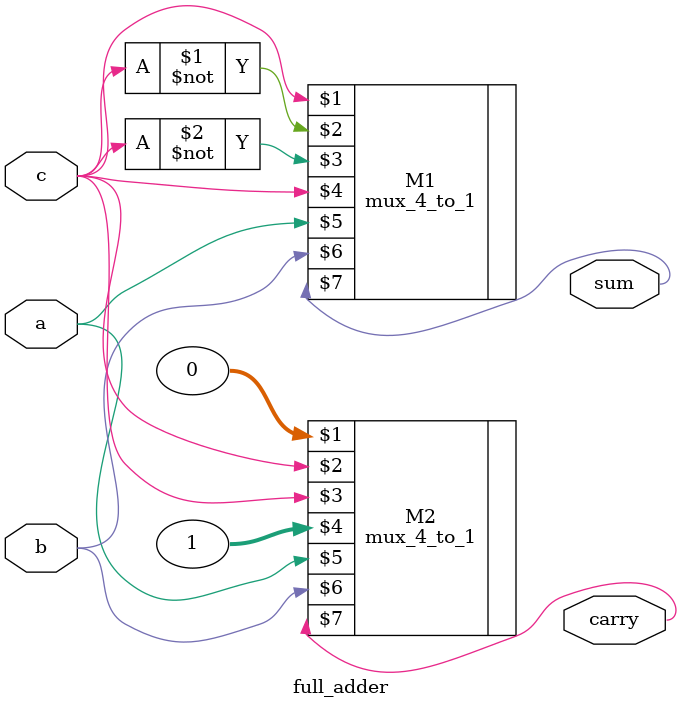
<source format=v>
module full_adder(input a,b,c,
output sum,carry);
mux_4_to_1 M1(c,(~c),(~c),c,a,b,sum);
mux_4_to_1 M2(0,c,c,1,a,b,carry);
endmodule

</source>
